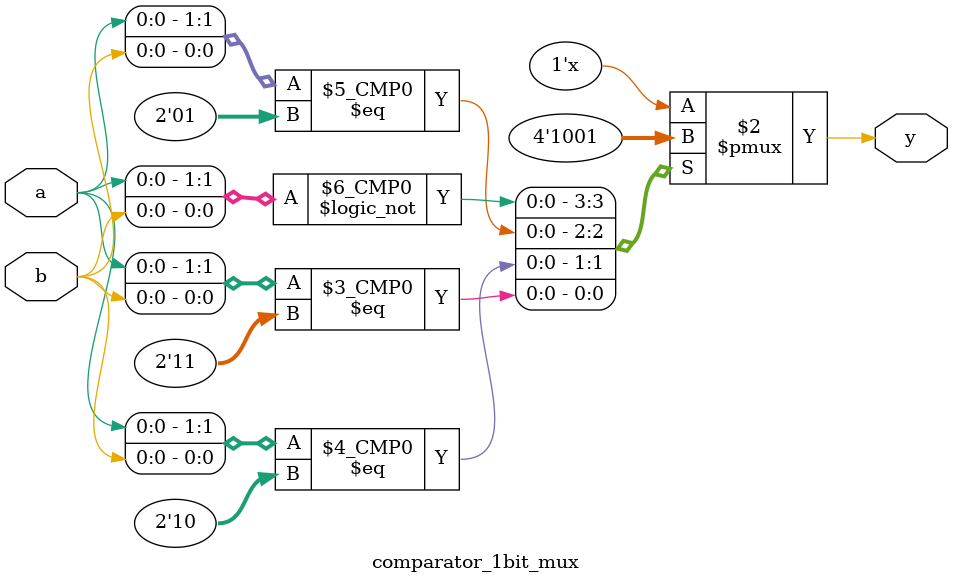
<source format=v>
module comparator_1bit_mux(
    input a, b,
    output reg y
);
    always @(*) begin
        case ({a, b})
            2'b00: y = 1;
            2'b01: y = 0;
            2'b10: y = 0;
            2'b11: y = 1;
            default: y = 0;
        endcase
    end
endmodule

</source>
